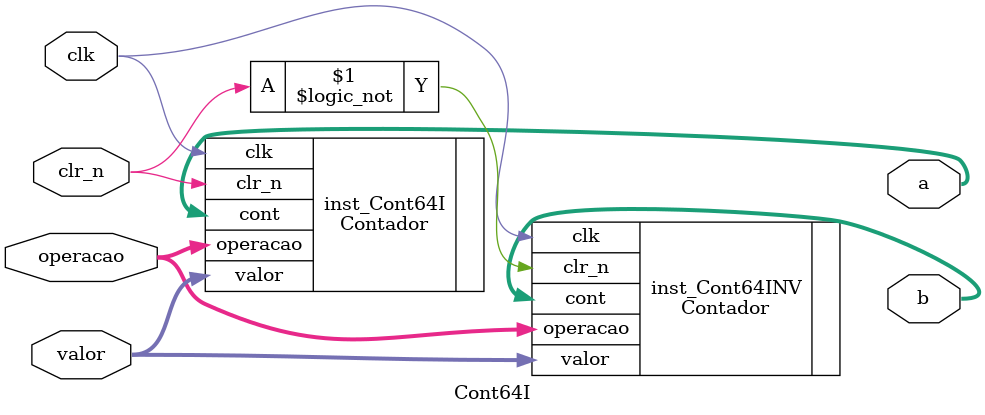
<source format=v>
module Cont64I
					(input clk, clr_n,
					input [5:0] valor,
					output[5:0] a,b,
					input[1:0]operacao
					);
					
Contador inst_Cont64I(
							.clk(clk), 
							.clr_n(clr_n),
							.valor(valor),
							.cont(a),
							.operacao(operacao)
							);
							
Contador inst_Cont64INV(
							.clk(clk), 
							.clr_n(!clr_n),
							.valor(valor),
							.cont(b),
							.operacao(operacao)
							);
														
endmodule

</source>
